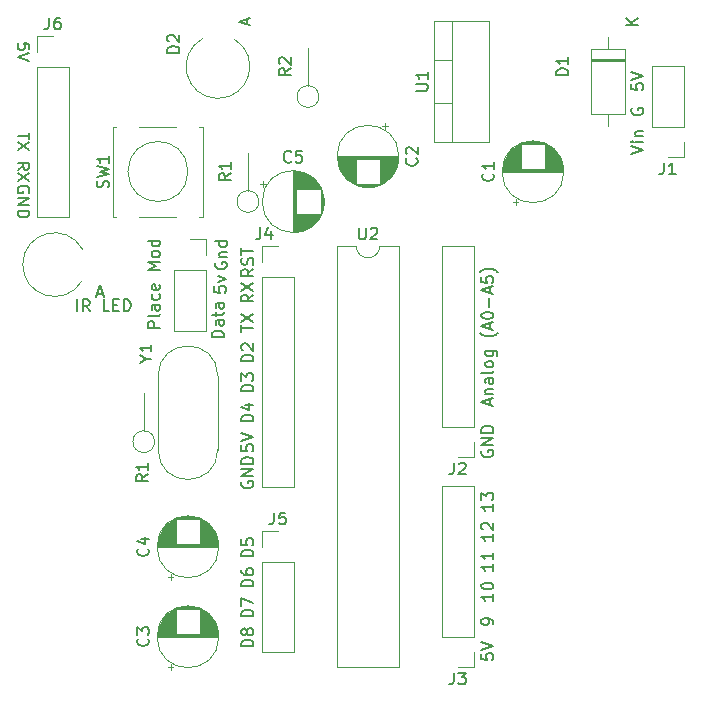
<source format=gto>
G04 #@! TF.GenerationSoftware,KiCad,Pcbnew,(6.0.2)*
G04 #@! TF.CreationDate,2022-04-27T10:37:17-07:00*
G04 #@! TF.ProjectId,Serial programmer,53657269-616c-4207-9072-6f6772616d6d,rev?*
G04 #@! TF.SameCoordinates,Original*
G04 #@! TF.FileFunction,Legend,Top*
G04 #@! TF.FilePolarity,Positive*
%FSLAX46Y46*%
G04 Gerber Fmt 4.6, Leading zero omitted, Abs format (unit mm)*
G04 Created by KiCad (PCBNEW (6.0.2)) date 2022-04-27 10:37:17*
%MOMM*%
%LPD*%
G01*
G04 APERTURE LIST*
%ADD10C,0.150000*%
%ADD11C,0.120000*%
G04 APERTURE END LIST*
D10*
X205192380Y-63690476D02*
X205192380Y-64166666D01*
X205668571Y-64214285D01*
X205620952Y-64166666D01*
X205573333Y-64071428D01*
X205573333Y-63833333D01*
X205620952Y-63738095D01*
X205668571Y-63690476D01*
X205763809Y-63642857D01*
X206001904Y-63642857D01*
X206097142Y-63690476D01*
X206144761Y-63738095D01*
X206192380Y-63833333D01*
X206192380Y-64071428D01*
X206144761Y-64166666D01*
X206097142Y-64214285D01*
X205192380Y-63357142D02*
X206192380Y-63023809D01*
X205192380Y-62690476D01*
X193492380Y-109410476D02*
X193492380Y-109220000D01*
X193444761Y-109124761D01*
X193397142Y-109077142D01*
X193254285Y-108981904D01*
X193063809Y-108934285D01*
X192682857Y-108934285D01*
X192587619Y-108981904D01*
X192540000Y-109029523D01*
X192492380Y-109124761D01*
X192492380Y-109315238D01*
X192540000Y-109410476D01*
X192587619Y-109458095D01*
X192682857Y-109505714D01*
X192920952Y-109505714D01*
X193016190Y-109458095D01*
X193063809Y-109410476D01*
X193111428Y-109315238D01*
X193111428Y-109124761D01*
X193063809Y-109029523D01*
X193016190Y-108981904D01*
X192920952Y-108934285D01*
X173172380Y-106248095D02*
X172172380Y-106248095D01*
X172172380Y-106010000D01*
X172220000Y-105867142D01*
X172315238Y-105771904D01*
X172410476Y-105724285D01*
X172600952Y-105676666D01*
X172743809Y-105676666D01*
X172934285Y-105724285D01*
X173029523Y-105771904D01*
X173124761Y-105867142D01*
X173172380Y-106010000D01*
X173172380Y-106248095D01*
X172172380Y-104819523D02*
X172172380Y-105010000D01*
X172220000Y-105105238D01*
X172267619Y-105152857D01*
X172410476Y-105248095D01*
X172600952Y-105295714D01*
X172981904Y-105295714D01*
X173077142Y-105248095D01*
X173124761Y-105200476D01*
X173172380Y-105105238D01*
X173172380Y-104914761D01*
X173124761Y-104819523D01*
X173077142Y-104771904D01*
X172981904Y-104724285D01*
X172743809Y-104724285D01*
X172648571Y-104771904D01*
X172600952Y-104819523D01*
X172553333Y-104914761D01*
X172553333Y-105105238D01*
X172600952Y-105200476D01*
X172648571Y-105248095D01*
X172743809Y-105295714D01*
X154170000Y-72898095D02*
X154217619Y-72802857D01*
X154217619Y-72660000D01*
X154170000Y-72517142D01*
X154074761Y-72421904D01*
X153979523Y-72374285D01*
X153789047Y-72326666D01*
X153646190Y-72326666D01*
X153455714Y-72374285D01*
X153360476Y-72421904D01*
X153265238Y-72517142D01*
X153217619Y-72660000D01*
X153217619Y-72755238D01*
X153265238Y-72898095D01*
X153312857Y-72945714D01*
X153646190Y-72945714D01*
X153646190Y-72755238D01*
X153217619Y-73374285D02*
X154217619Y-73374285D01*
X153217619Y-73945714D01*
X154217619Y-73945714D01*
X153217619Y-74421904D02*
X154217619Y-74421904D01*
X154217619Y-74660000D01*
X154170000Y-74802857D01*
X154074761Y-74898095D01*
X153979523Y-74945714D01*
X153789047Y-74993333D01*
X153646190Y-74993333D01*
X153455714Y-74945714D01*
X153360476Y-74898095D01*
X153265238Y-74802857D01*
X153217619Y-74660000D01*
X153217619Y-74421904D01*
X154217619Y-67818095D02*
X154217619Y-68389523D01*
X153217619Y-68103809D02*
X154217619Y-68103809D01*
X154217619Y-68627619D02*
X153217619Y-69294285D01*
X154217619Y-69294285D02*
X153217619Y-68627619D01*
X173172380Y-103708095D02*
X172172380Y-103708095D01*
X172172380Y-103470000D01*
X172220000Y-103327142D01*
X172315238Y-103231904D01*
X172410476Y-103184285D01*
X172600952Y-103136666D01*
X172743809Y-103136666D01*
X172934285Y-103184285D01*
X173029523Y-103231904D01*
X173124761Y-103327142D01*
X173172380Y-103470000D01*
X173172380Y-103708095D01*
X172172380Y-102231904D02*
X172172380Y-102708095D01*
X172648571Y-102755714D01*
X172600952Y-102708095D01*
X172553333Y-102612857D01*
X172553333Y-102374761D01*
X172600952Y-102279523D01*
X172648571Y-102231904D01*
X172743809Y-102184285D01*
X172981904Y-102184285D01*
X173077142Y-102231904D01*
X173124761Y-102279523D01*
X173172380Y-102374761D01*
X173172380Y-102612857D01*
X173124761Y-102708095D01*
X173077142Y-102755714D01*
X173172380Y-87198095D02*
X172172380Y-87198095D01*
X172172380Y-86960000D01*
X172220000Y-86817142D01*
X172315238Y-86721904D01*
X172410476Y-86674285D01*
X172600952Y-86626666D01*
X172743809Y-86626666D01*
X172934285Y-86674285D01*
X173029523Y-86721904D01*
X173124761Y-86817142D01*
X173172380Y-86960000D01*
X173172380Y-87198095D01*
X172267619Y-86245714D02*
X172220000Y-86198095D01*
X172172380Y-86102857D01*
X172172380Y-85864761D01*
X172220000Y-85769523D01*
X172267619Y-85721904D01*
X172362857Y-85674285D01*
X172458095Y-85674285D01*
X172600952Y-85721904D01*
X173172380Y-86293333D01*
X173172380Y-85674285D01*
X193492380Y-106870476D02*
X193492380Y-107441904D01*
X193492380Y-107156190D02*
X192492380Y-107156190D01*
X192635238Y-107251428D01*
X192730476Y-107346666D01*
X192778095Y-107441904D01*
X192492380Y-106251428D02*
X192492380Y-106156190D01*
X192540000Y-106060952D01*
X192587619Y-106013333D01*
X192682857Y-105965714D01*
X192873333Y-105918095D01*
X193111428Y-105918095D01*
X193301904Y-105965714D01*
X193397142Y-106013333D01*
X193444761Y-106060952D01*
X193492380Y-106156190D01*
X193492380Y-106251428D01*
X193444761Y-106346666D01*
X193397142Y-106394285D01*
X193301904Y-106441904D01*
X193111428Y-106489523D01*
X192873333Y-106489523D01*
X192682857Y-106441904D01*
X192587619Y-106394285D01*
X192540000Y-106346666D01*
X192492380Y-106251428D01*
X193492380Y-101790476D02*
X193492380Y-102361904D01*
X193492380Y-102076190D02*
X192492380Y-102076190D01*
X192635238Y-102171428D01*
X192730476Y-102266666D01*
X192778095Y-102361904D01*
X192587619Y-101409523D02*
X192540000Y-101361904D01*
X192492380Y-101266666D01*
X192492380Y-101028571D01*
X192540000Y-100933333D01*
X192587619Y-100885714D01*
X192682857Y-100838095D01*
X192778095Y-100838095D01*
X192920952Y-100885714D01*
X193492380Y-101457142D01*
X193492380Y-100838095D01*
X205192380Y-69603809D02*
X206192380Y-69270476D01*
X205192380Y-68937142D01*
X206192380Y-68603809D02*
X205525714Y-68603809D01*
X205192380Y-68603809D02*
X205240000Y-68651428D01*
X205287619Y-68603809D01*
X205240000Y-68556190D01*
X205192380Y-68603809D01*
X205287619Y-68603809D01*
X205525714Y-68127619D02*
X206192380Y-68127619D01*
X205620952Y-68127619D02*
X205573333Y-68080000D01*
X205525714Y-67984761D01*
X205525714Y-67841904D01*
X205573333Y-67746666D01*
X205668571Y-67699047D01*
X206192380Y-67699047D01*
X173172380Y-81546666D02*
X172696190Y-81880000D01*
X173172380Y-82118095D02*
X172172380Y-82118095D01*
X172172380Y-81737142D01*
X172220000Y-81641904D01*
X172267619Y-81594285D01*
X172362857Y-81546666D01*
X172505714Y-81546666D01*
X172600952Y-81594285D01*
X172648571Y-81641904D01*
X172696190Y-81737142D01*
X172696190Y-82118095D01*
X172172380Y-81213333D02*
X173172380Y-80546666D01*
X172172380Y-80546666D02*
X173172380Y-81213333D01*
X173172380Y-89738095D02*
X172172380Y-89738095D01*
X172172380Y-89500000D01*
X172220000Y-89357142D01*
X172315238Y-89261904D01*
X172410476Y-89214285D01*
X172600952Y-89166666D01*
X172743809Y-89166666D01*
X172934285Y-89214285D01*
X173029523Y-89261904D01*
X173124761Y-89357142D01*
X173172380Y-89500000D01*
X173172380Y-89738095D01*
X172172380Y-88833333D02*
X172172380Y-88214285D01*
X172553333Y-88547619D01*
X172553333Y-88404761D01*
X172600952Y-88309523D01*
X172648571Y-88261904D01*
X172743809Y-88214285D01*
X172981904Y-88214285D01*
X173077142Y-88261904D01*
X173124761Y-88309523D01*
X173172380Y-88404761D01*
X173172380Y-88690476D01*
X173124761Y-88785714D01*
X173077142Y-88833333D01*
X173172380Y-79387619D02*
X172696190Y-79720952D01*
X173172380Y-79959047D02*
X172172380Y-79959047D01*
X172172380Y-79578095D01*
X172220000Y-79482857D01*
X172267619Y-79435238D01*
X172362857Y-79387619D01*
X172505714Y-79387619D01*
X172600952Y-79435238D01*
X172648571Y-79482857D01*
X172696190Y-79578095D01*
X172696190Y-79959047D01*
X173124761Y-79006666D02*
X173172380Y-78863809D01*
X173172380Y-78625714D01*
X173124761Y-78530476D01*
X173077142Y-78482857D01*
X172981904Y-78435238D01*
X172886666Y-78435238D01*
X172791428Y-78482857D01*
X172743809Y-78530476D01*
X172696190Y-78625714D01*
X172648571Y-78816190D01*
X172600952Y-78911428D01*
X172553333Y-78959047D01*
X172458095Y-79006666D01*
X172362857Y-79006666D01*
X172267619Y-78959047D01*
X172220000Y-78911428D01*
X172172380Y-78816190D01*
X172172380Y-78578095D01*
X172220000Y-78435238D01*
X172172380Y-78149523D02*
X172172380Y-77578095D01*
X173172380Y-77863809D02*
X172172380Y-77863809D01*
X170000000Y-78842857D02*
X169952380Y-78938095D01*
X169952380Y-79080952D01*
X170000000Y-79223809D01*
X170095238Y-79319047D01*
X170190476Y-79366666D01*
X170380952Y-79414285D01*
X170523809Y-79414285D01*
X170714285Y-79366666D01*
X170809523Y-79319047D01*
X170904761Y-79223809D01*
X170952380Y-79080952D01*
X170952380Y-78985714D01*
X170904761Y-78842857D01*
X170857142Y-78795238D01*
X170523809Y-78795238D01*
X170523809Y-78985714D01*
X170285714Y-78366666D02*
X170952380Y-78366666D01*
X170380952Y-78366666D02*
X170333333Y-78319047D01*
X170285714Y-78223809D01*
X170285714Y-78080952D01*
X170333333Y-77985714D01*
X170428571Y-77938095D01*
X170952380Y-77938095D01*
X170952380Y-77033333D02*
X169952380Y-77033333D01*
X170904761Y-77033333D02*
X170952380Y-77128571D01*
X170952380Y-77319047D01*
X170904761Y-77414285D01*
X170857142Y-77461904D01*
X170761904Y-77509523D01*
X170476190Y-77509523D01*
X170380952Y-77461904D01*
X170333333Y-77414285D01*
X170285714Y-77319047D01*
X170285714Y-77128571D01*
X170333333Y-77033333D01*
X193206666Y-90875714D02*
X193206666Y-90399523D01*
X193492380Y-90970952D02*
X192492380Y-90637619D01*
X193492380Y-90304285D01*
X192825714Y-89970952D02*
X193492380Y-89970952D01*
X192920952Y-89970952D02*
X192873333Y-89923333D01*
X192825714Y-89828095D01*
X192825714Y-89685238D01*
X192873333Y-89590000D01*
X192968571Y-89542380D01*
X193492380Y-89542380D01*
X193492380Y-88637619D02*
X192968571Y-88637619D01*
X192873333Y-88685238D01*
X192825714Y-88780476D01*
X192825714Y-88970952D01*
X192873333Y-89066190D01*
X193444761Y-88637619D02*
X193492380Y-88732857D01*
X193492380Y-88970952D01*
X193444761Y-89066190D01*
X193349523Y-89113809D01*
X193254285Y-89113809D01*
X193159047Y-89066190D01*
X193111428Y-88970952D01*
X193111428Y-88732857D01*
X193063809Y-88637619D01*
X193492380Y-88018571D02*
X193444761Y-88113809D01*
X193349523Y-88161428D01*
X192492380Y-88161428D01*
X193492380Y-87494761D02*
X193444761Y-87590000D01*
X193397142Y-87637619D01*
X193301904Y-87685238D01*
X193016190Y-87685238D01*
X192920952Y-87637619D01*
X192873333Y-87590000D01*
X192825714Y-87494761D01*
X192825714Y-87351904D01*
X192873333Y-87256666D01*
X192920952Y-87209047D01*
X193016190Y-87161428D01*
X193301904Y-87161428D01*
X193397142Y-87209047D01*
X193444761Y-87256666D01*
X193492380Y-87351904D01*
X193492380Y-87494761D01*
X192825714Y-86304285D02*
X193635238Y-86304285D01*
X193730476Y-86351904D01*
X193778095Y-86399523D01*
X193825714Y-86494761D01*
X193825714Y-86637619D01*
X193778095Y-86732857D01*
X193444761Y-86304285D02*
X193492380Y-86399523D01*
X193492380Y-86590000D01*
X193444761Y-86685238D01*
X193397142Y-86732857D01*
X193301904Y-86780476D01*
X193016190Y-86780476D01*
X192920952Y-86732857D01*
X192873333Y-86685238D01*
X192825714Y-86590000D01*
X192825714Y-86399523D01*
X192873333Y-86304285D01*
X193873333Y-84780476D02*
X193825714Y-84828095D01*
X193682857Y-84923333D01*
X193587619Y-84970952D01*
X193444761Y-85018571D01*
X193206666Y-85066190D01*
X193016190Y-85066190D01*
X192778095Y-85018571D01*
X192635238Y-84970952D01*
X192540000Y-84923333D01*
X192397142Y-84828095D01*
X192349523Y-84780476D01*
X193206666Y-84447142D02*
X193206666Y-83970952D01*
X193492380Y-84542380D02*
X192492380Y-84209047D01*
X193492380Y-83875714D01*
X192492380Y-83351904D02*
X192492380Y-83256666D01*
X192540000Y-83161428D01*
X192587619Y-83113809D01*
X192682857Y-83066190D01*
X192873333Y-83018571D01*
X193111428Y-83018571D01*
X193301904Y-83066190D01*
X193397142Y-83113809D01*
X193444761Y-83161428D01*
X193492380Y-83256666D01*
X193492380Y-83351904D01*
X193444761Y-83447142D01*
X193397142Y-83494761D01*
X193301904Y-83542380D01*
X193111428Y-83590000D01*
X192873333Y-83590000D01*
X192682857Y-83542380D01*
X192587619Y-83494761D01*
X192540000Y-83447142D01*
X192492380Y-83351904D01*
X193111428Y-82590000D02*
X193111428Y-81828095D01*
X193206666Y-81399523D02*
X193206666Y-80923333D01*
X193492380Y-81494761D02*
X192492380Y-81161428D01*
X193492380Y-80828095D01*
X192492380Y-80018571D02*
X192492380Y-80494761D01*
X192968571Y-80542380D01*
X192920952Y-80494761D01*
X192873333Y-80399523D01*
X192873333Y-80161428D01*
X192920952Y-80066190D01*
X192968571Y-80018571D01*
X193063809Y-79970952D01*
X193301904Y-79970952D01*
X193397142Y-80018571D01*
X193444761Y-80066190D01*
X193492380Y-80161428D01*
X193492380Y-80399523D01*
X193444761Y-80494761D01*
X193397142Y-80542380D01*
X193873333Y-79637619D02*
X193825714Y-79590000D01*
X193682857Y-79494761D01*
X193587619Y-79447142D01*
X193444761Y-79399523D01*
X193206666Y-79351904D01*
X193016190Y-79351904D01*
X192778095Y-79399523D01*
X192635238Y-79447142D01*
X192540000Y-79494761D01*
X192397142Y-79590000D01*
X192349523Y-79637619D01*
X192492380Y-111950476D02*
X192492380Y-112426666D01*
X192968571Y-112474285D01*
X192920952Y-112426666D01*
X192873333Y-112331428D01*
X192873333Y-112093333D01*
X192920952Y-111998095D01*
X192968571Y-111950476D01*
X193063809Y-111902857D01*
X193301904Y-111902857D01*
X193397142Y-111950476D01*
X193444761Y-111998095D01*
X193492380Y-112093333D01*
X193492380Y-112331428D01*
X193444761Y-112426666D01*
X193397142Y-112474285D01*
X192492380Y-111617142D02*
X193492380Y-111283809D01*
X192492380Y-110950476D01*
X170652380Y-85152380D02*
X169652380Y-85152380D01*
X169652380Y-84914285D01*
X169700000Y-84771428D01*
X169795238Y-84676190D01*
X169890476Y-84628571D01*
X170080952Y-84580952D01*
X170223809Y-84580952D01*
X170414285Y-84628571D01*
X170509523Y-84676190D01*
X170604761Y-84771428D01*
X170652380Y-84914285D01*
X170652380Y-85152380D01*
X170652380Y-83723809D02*
X170128571Y-83723809D01*
X170033333Y-83771428D01*
X169985714Y-83866666D01*
X169985714Y-84057142D01*
X170033333Y-84152380D01*
X170604761Y-83723809D02*
X170652380Y-83819047D01*
X170652380Y-84057142D01*
X170604761Y-84152380D01*
X170509523Y-84200000D01*
X170414285Y-84200000D01*
X170319047Y-84152380D01*
X170271428Y-84057142D01*
X170271428Y-83819047D01*
X170223809Y-83723809D01*
X169985714Y-83390476D02*
X169985714Y-83009523D01*
X169652380Y-83247619D02*
X170509523Y-83247619D01*
X170604761Y-83200000D01*
X170652380Y-83104761D01*
X170652380Y-83009523D01*
X170652380Y-82247619D02*
X170128571Y-82247619D01*
X170033333Y-82295238D01*
X169985714Y-82390476D01*
X169985714Y-82580952D01*
X170033333Y-82676190D01*
X170604761Y-82247619D02*
X170652380Y-82342857D01*
X170652380Y-82580952D01*
X170604761Y-82676190D01*
X170509523Y-82723809D01*
X170414285Y-82723809D01*
X170319047Y-82676190D01*
X170271428Y-82580952D01*
X170271428Y-82342857D01*
X170223809Y-82247619D01*
X173172380Y-108788095D02*
X172172380Y-108788095D01*
X172172380Y-108550000D01*
X172220000Y-108407142D01*
X172315238Y-108311904D01*
X172410476Y-108264285D01*
X172600952Y-108216666D01*
X172743809Y-108216666D01*
X172934285Y-108264285D01*
X173029523Y-108311904D01*
X173124761Y-108407142D01*
X173172380Y-108550000D01*
X173172380Y-108788095D01*
X172172380Y-107883333D02*
X172172380Y-107216666D01*
X173172380Y-107645238D01*
X205240000Y-65778095D02*
X205192380Y-65873333D01*
X205192380Y-66016190D01*
X205240000Y-66159047D01*
X205335238Y-66254285D01*
X205430476Y-66301904D01*
X205620952Y-66349523D01*
X205763809Y-66349523D01*
X205954285Y-66301904D01*
X206049523Y-66254285D01*
X206144761Y-66159047D01*
X206192380Y-66016190D01*
X206192380Y-65920952D01*
X206144761Y-65778095D01*
X206097142Y-65730476D01*
X205763809Y-65730476D01*
X205763809Y-65920952D01*
X173172380Y-111328095D02*
X172172380Y-111328095D01*
X172172380Y-111090000D01*
X172220000Y-110947142D01*
X172315238Y-110851904D01*
X172410476Y-110804285D01*
X172600952Y-110756666D01*
X172743809Y-110756666D01*
X172934285Y-110804285D01*
X173029523Y-110851904D01*
X173124761Y-110947142D01*
X173172380Y-111090000D01*
X173172380Y-111328095D01*
X172600952Y-110185238D02*
X172553333Y-110280476D01*
X172505714Y-110328095D01*
X172410476Y-110375714D01*
X172362857Y-110375714D01*
X172267619Y-110328095D01*
X172220000Y-110280476D01*
X172172380Y-110185238D01*
X172172380Y-109994761D01*
X172220000Y-109899523D01*
X172267619Y-109851904D01*
X172362857Y-109804285D01*
X172410476Y-109804285D01*
X172505714Y-109851904D01*
X172553333Y-109899523D01*
X172600952Y-109994761D01*
X172600952Y-110185238D01*
X172648571Y-110280476D01*
X172696190Y-110328095D01*
X172791428Y-110375714D01*
X172981904Y-110375714D01*
X173077142Y-110328095D01*
X173124761Y-110280476D01*
X173172380Y-110185238D01*
X173172380Y-109994761D01*
X173124761Y-109899523D01*
X173077142Y-109851904D01*
X172981904Y-109804285D01*
X172791428Y-109804285D01*
X172696190Y-109851904D01*
X172648571Y-109899523D01*
X172600952Y-109994761D01*
X172220000Y-97381904D02*
X172172380Y-97477142D01*
X172172380Y-97620000D01*
X172220000Y-97762857D01*
X172315238Y-97858095D01*
X172410476Y-97905714D01*
X172600952Y-97953333D01*
X172743809Y-97953333D01*
X172934285Y-97905714D01*
X173029523Y-97858095D01*
X173124761Y-97762857D01*
X173172380Y-97620000D01*
X173172380Y-97524761D01*
X173124761Y-97381904D01*
X173077142Y-97334285D01*
X172743809Y-97334285D01*
X172743809Y-97524761D01*
X173172380Y-96905714D02*
X172172380Y-96905714D01*
X173172380Y-96334285D01*
X172172380Y-96334285D01*
X173172380Y-95858095D02*
X172172380Y-95858095D01*
X172172380Y-95620000D01*
X172220000Y-95477142D01*
X172315238Y-95381904D01*
X172410476Y-95334285D01*
X172600952Y-95286666D01*
X172743809Y-95286666D01*
X172934285Y-95334285D01*
X173029523Y-95381904D01*
X173124761Y-95477142D01*
X173172380Y-95620000D01*
X173172380Y-95858095D01*
X154217619Y-60769523D02*
X154217619Y-60293333D01*
X153741428Y-60245714D01*
X153789047Y-60293333D01*
X153836666Y-60388571D01*
X153836666Y-60626666D01*
X153789047Y-60721904D01*
X153741428Y-60769523D01*
X153646190Y-60817142D01*
X153408095Y-60817142D01*
X153312857Y-60769523D01*
X153265238Y-60721904D01*
X153217619Y-60626666D01*
X153217619Y-60388571D01*
X153265238Y-60293333D01*
X153312857Y-60245714D01*
X154217619Y-61102857D02*
X153217619Y-61436190D01*
X154217619Y-61769523D01*
X153217619Y-70953333D02*
X153693809Y-70620000D01*
X153217619Y-70381904D02*
X154217619Y-70381904D01*
X154217619Y-70762857D01*
X154170000Y-70858095D01*
X154122380Y-70905714D01*
X154027142Y-70953333D01*
X153884285Y-70953333D01*
X153789047Y-70905714D01*
X153741428Y-70858095D01*
X153693809Y-70762857D01*
X153693809Y-70381904D01*
X154217619Y-71286666D02*
X153217619Y-71953333D01*
X154217619Y-71953333D02*
X153217619Y-71286666D01*
X172172380Y-94270476D02*
X172172380Y-94746666D01*
X172648571Y-94794285D01*
X172600952Y-94746666D01*
X172553333Y-94651428D01*
X172553333Y-94413333D01*
X172600952Y-94318095D01*
X172648571Y-94270476D01*
X172743809Y-94222857D01*
X172981904Y-94222857D01*
X173077142Y-94270476D01*
X173124761Y-94318095D01*
X173172380Y-94413333D01*
X173172380Y-94651428D01*
X173124761Y-94746666D01*
X173077142Y-94794285D01*
X172172380Y-93937142D02*
X173172380Y-93603809D01*
X172172380Y-93270476D01*
X169852380Y-80842857D02*
X169852380Y-81319047D01*
X170328571Y-81366666D01*
X170280952Y-81319047D01*
X170233333Y-81223809D01*
X170233333Y-80985714D01*
X170280952Y-80890476D01*
X170328571Y-80842857D01*
X170423809Y-80795238D01*
X170661904Y-80795238D01*
X170757142Y-80842857D01*
X170804761Y-80890476D01*
X170852380Y-80985714D01*
X170852380Y-81223809D01*
X170804761Y-81319047D01*
X170757142Y-81366666D01*
X170185714Y-80461904D02*
X170852380Y-80223809D01*
X170185714Y-79985714D01*
X192540000Y-94741904D02*
X192492380Y-94837142D01*
X192492380Y-94980000D01*
X192540000Y-95122857D01*
X192635238Y-95218095D01*
X192730476Y-95265714D01*
X192920952Y-95313333D01*
X193063809Y-95313333D01*
X193254285Y-95265714D01*
X193349523Y-95218095D01*
X193444761Y-95122857D01*
X193492380Y-94980000D01*
X193492380Y-94884761D01*
X193444761Y-94741904D01*
X193397142Y-94694285D01*
X193063809Y-94694285D01*
X193063809Y-94884761D01*
X193492380Y-94265714D02*
X192492380Y-94265714D01*
X193492380Y-93694285D01*
X192492380Y-93694285D01*
X193492380Y-93218095D02*
X192492380Y-93218095D01*
X192492380Y-92980000D01*
X192540000Y-92837142D01*
X192635238Y-92741904D01*
X192730476Y-92694285D01*
X192920952Y-92646666D01*
X193063809Y-92646666D01*
X193254285Y-92694285D01*
X193349523Y-92741904D01*
X193444761Y-92837142D01*
X193492380Y-92980000D01*
X193492380Y-93218095D01*
X173172380Y-92278095D02*
X172172380Y-92278095D01*
X172172380Y-92040000D01*
X172220000Y-91897142D01*
X172315238Y-91801904D01*
X172410476Y-91754285D01*
X172600952Y-91706666D01*
X172743809Y-91706666D01*
X172934285Y-91754285D01*
X173029523Y-91801904D01*
X173124761Y-91897142D01*
X173172380Y-92040000D01*
X173172380Y-92278095D01*
X172505714Y-90849523D02*
X173172380Y-90849523D01*
X172124761Y-91087619D02*
X172839047Y-91325714D01*
X172839047Y-90706666D01*
X193492380Y-104330476D02*
X193492380Y-104901904D01*
X193492380Y-104616190D02*
X192492380Y-104616190D01*
X192635238Y-104711428D01*
X192730476Y-104806666D01*
X192778095Y-104901904D01*
X193492380Y-103378095D02*
X193492380Y-103949523D01*
X193492380Y-103663809D02*
X192492380Y-103663809D01*
X192635238Y-103759047D01*
X192730476Y-103854285D01*
X192778095Y-103949523D01*
X193492380Y-99250476D02*
X193492380Y-99821904D01*
X193492380Y-99536190D02*
X192492380Y-99536190D01*
X192635238Y-99631428D01*
X192730476Y-99726666D01*
X192778095Y-99821904D01*
X192492380Y-98917142D02*
X192492380Y-98298095D01*
X192873333Y-98631428D01*
X192873333Y-98488571D01*
X192920952Y-98393333D01*
X192968571Y-98345714D01*
X193063809Y-98298095D01*
X193301904Y-98298095D01*
X193397142Y-98345714D01*
X193444761Y-98393333D01*
X193492380Y-98488571D01*
X193492380Y-98774285D01*
X193444761Y-98869523D01*
X193397142Y-98917142D01*
X172172380Y-84681904D02*
X172172380Y-84110476D01*
X173172380Y-84396190D02*
X172172380Y-84396190D01*
X172172380Y-83872380D02*
X173172380Y-83205714D01*
X172172380Y-83205714D02*
X173172380Y-83872380D01*
X193457142Y-71306666D02*
X193504761Y-71354285D01*
X193552380Y-71497142D01*
X193552380Y-71592380D01*
X193504761Y-71735238D01*
X193409523Y-71830476D01*
X193314285Y-71878095D01*
X193123809Y-71925714D01*
X192980952Y-71925714D01*
X192790476Y-71878095D01*
X192695238Y-71830476D01*
X192600000Y-71735238D01*
X192552380Y-71592380D01*
X192552380Y-71497142D01*
X192600000Y-71354285D01*
X192647619Y-71306666D01*
X193552380Y-70354285D02*
X193552380Y-70925714D01*
X193552380Y-70640000D02*
X192552380Y-70640000D01*
X192695238Y-70735238D01*
X192790476Y-70830476D01*
X192838095Y-70925714D01*
X186987142Y-69996666D02*
X187034761Y-70044285D01*
X187082380Y-70187142D01*
X187082380Y-70282380D01*
X187034761Y-70425238D01*
X186939523Y-70520476D01*
X186844285Y-70568095D01*
X186653809Y-70615714D01*
X186510952Y-70615714D01*
X186320476Y-70568095D01*
X186225238Y-70520476D01*
X186130000Y-70425238D01*
X186082380Y-70282380D01*
X186082380Y-70187142D01*
X186130000Y-70044285D01*
X186177619Y-69996666D01*
X186177619Y-69615714D02*
X186130000Y-69568095D01*
X186082380Y-69472857D01*
X186082380Y-69234761D01*
X186130000Y-69139523D01*
X186177619Y-69091904D01*
X186272857Y-69044285D01*
X186368095Y-69044285D01*
X186510952Y-69091904D01*
X187082380Y-69663333D01*
X187082380Y-69044285D01*
X164247142Y-110676666D02*
X164294761Y-110724285D01*
X164342380Y-110867142D01*
X164342380Y-110962380D01*
X164294761Y-111105238D01*
X164199523Y-111200476D01*
X164104285Y-111248095D01*
X163913809Y-111295714D01*
X163770952Y-111295714D01*
X163580476Y-111248095D01*
X163485238Y-111200476D01*
X163390000Y-111105238D01*
X163342380Y-110962380D01*
X163342380Y-110867142D01*
X163390000Y-110724285D01*
X163437619Y-110676666D01*
X163342380Y-110343333D02*
X163342380Y-109724285D01*
X163723333Y-110057619D01*
X163723333Y-109914761D01*
X163770952Y-109819523D01*
X163818571Y-109771904D01*
X163913809Y-109724285D01*
X164151904Y-109724285D01*
X164247142Y-109771904D01*
X164294761Y-109819523D01*
X164342380Y-109914761D01*
X164342380Y-110200476D01*
X164294761Y-110295714D01*
X164247142Y-110343333D01*
X164247142Y-103056666D02*
X164294761Y-103104285D01*
X164342380Y-103247142D01*
X164342380Y-103342380D01*
X164294761Y-103485238D01*
X164199523Y-103580476D01*
X164104285Y-103628095D01*
X163913809Y-103675714D01*
X163770952Y-103675714D01*
X163580476Y-103628095D01*
X163485238Y-103580476D01*
X163390000Y-103485238D01*
X163342380Y-103342380D01*
X163342380Y-103247142D01*
X163390000Y-103104285D01*
X163437619Y-103056666D01*
X163675714Y-102199523D02*
X164342380Y-102199523D01*
X163294761Y-102437619D02*
X164009047Y-102675714D01*
X164009047Y-102056666D01*
X176383333Y-70267142D02*
X176335714Y-70314761D01*
X176192857Y-70362380D01*
X176097619Y-70362380D01*
X175954761Y-70314761D01*
X175859523Y-70219523D01*
X175811904Y-70124285D01*
X175764285Y-69933809D01*
X175764285Y-69790952D01*
X175811904Y-69600476D01*
X175859523Y-69505238D01*
X175954761Y-69410000D01*
X176097619Y-69362380D01*
X176192857Y-69362380D01*
X176335714Y-69410000D01*
X176383333Y-69457619D01*
X177288095Y-69362380D02*
X176811904Y-69362380D01*
X176764285Y-69838571D01*
X176811904Y-69790952D01*
X176907142Y-69743333D01*
X177145238Y-69743333D01*
X177240476Y-69790952D01*
X177288095Y-69838571D01*
X177335714Y-69933809D01*
X177335714Y-70171904D01*
X177288095Y-70267142D01*
X177240476Y-70314761D01*
X177145238Y-70362380D01*
X176907142Y-70362380D01*
X176811904Y-70314761D01*
X176764285Y-70267142D01*
X199842380Y-62968095D02*
X198842380Y-62968095D01*
X198842380Y-62730000D01*
X198890000Y-62587142D01*
X198985238Y-62491904D01*
X199080476Y-62444285D01*
X199270952Y-62396666D01*
X199413809Y-62396666D01*
X199604285Y-62444285D01*
X199699523Y-62491904D01*
X199794761Y-62587142D01*
X199842380Y-62730000D01*
X199842380Y-62968095D01*
X199842380Y-61444285D02*
X199842380Y-62015714D01*
X199842380Y-61730000D02*
X198842380Y-61730000D01*
X198985238Y-61825238D01*
X199080476Y-61920476D01*
X199128095Y-62015714D01*
X205752380Y-58681904D02*
X204752380Y-58681904D01*
X205752380Y-58110476D02*
X205180952Y-58539047D01*
X204752380Y-58110476D02*
X205323809Y-58681904D01*
X166907380Y-61063095D02*
X165907380Y-61063095D01*
X165907380Y-60825000D01*
X165955000Y-60682142D01*
X166050238Y-60586904D01*
X166145476Y-60539285D01*
X166335952Y-60491666D01*
X166478809Y-60491666D01*
X166669285Y-60539285D01*
X166764523Y-60586904D01*
X166859761Y-60682142D01*
X166907380Y-60825000D01*
X166907380Y-61063095D01*
X166002619Y-60110714D02*
X165955000Y-60063095D01*
X165907380Y-59967857D01*
X165907380Y-59729761D01*
X165955000Y-59634523D01*
X166002619Y-59586904D01*
X166097857Y-59539285D01*
X166193095Y-59539285D01*
X166335952Y-59586904D01*
X166907380Y-60158333D01*
X166907380Y-59539285D01*
X172646666Y-58658095D02*
X172646666Y-58181904D01*
X172932380Y-58753333D02*
X171932380Y-58420000D01*
X172932380Y-58086666D01*
X171252380Y-71286666D02*
X170776190Y-71620000D01*
X171252380Y-71858095D02*
X170252380Y-71858095D01*
X170252380Y-71477142D01*
X170300000Y-71381904D01*
X170347619Y-71334285D01*
X170442857Y-71286666D01*
X170585714Y-71286666D01*
X170680952Y-71334285D01*
X170728571Y-71381904D01*
X170776190Y-71477142D01*
X170776190Y-71858095D01*
X171252380Y-70334285D02*
X171252380Y-70905714D01*
X171252380Y-70620000D02*
X170252380Y-70620000D01*
X170395238Y-70715238D01*
X170490476Y-70810476D01*
X170538095Y-70905714D01*
X176332380Y-62396666D02*
X175856190Y-62730000D01*
X176332380Y-62968095D02*
X175332380Y-62968095D01*
X175332380Y-62587142D01*
X175380000Y-62491904D01*
X175427619Y-62444285D01*
X175522857Y-62396666D01*
X175665714Y-62396666D01*
X175760952Y-62444285D01*
X175808571Y-62491904D01*
X175856190Y-62587142D01*
X175856190Y-62968095D01*
X175427619Y-62015714D02*
X175380000Y-61968095D01*
X175332380Y-61872857D01*
X175332380Y-61634761D01*
X175380000Y-61539523D01*
X175427619Y-61491904D01*
X175522857Y-61444285D01*
X175618095Y-61444285D01*
X175760952Y-61491904D01*
X176332380Y-62063333D01*
X176332380Y-61444285D01*
X160884761Y-72453333D02*
X160932380Y-72310476D01*
X160932380Y-72072380D01*
X160884761Y-71977142D01*
X160837142Y-71929523D01*
X160741904Y-71881904D01*
X160646666Y-71881904D01*
X160551428Y-71929523D01*
X160503809Y-71977142D01*
X160456190Y-72072380D01*
X160408571Y-72262857D01*
X160360952Y-72358095D01*
X160313333Y-72405714D01*
X160218095Y-72453333D01*
X160122857Y-72453333D01*
X160027619Y-72405714D01*
X159980000Y-72358095D01*
X159932380Y-72262857D01*
X159932380Y-72024761D01*
X159980000Y-71881904D01*
X159932380Y-71548571D02*
X160932380Y-71310476D01*
X160218095Y-71120000D01*
X160932380Y-70929523D01*
X159932380Y-70691428D01*
X160932380Y-69786666D02*
X160932380Y-70358095D01*
X160932380Y-70072380D02*
X159932380Y-70072380D01*
X160075238Y-70167619D01*
X160170476Y-70262857D01*
X160218095Y-70358095D01*
X186952380Y-64261904D02*
X187761904Y-64261904D01*
X187857142Y-64214285D01*
X187904761Y-64166666D01*
X187952380Y-64071428D01*
X187952380Y-63880952D01*
X187904761Y-63785714D01*
X187857142Y-63738095D01*
X187761904Y-63690476D01*
X186952380Y-63690476D01*
X187952380Y-62690476D02*
X187952380Y-63261904D01*
X187952380Y-62976190D02*
X186952380Y-62976190D01*
X187095238Y-63071428D01*
X187190476Y-63166666D01*
X187238095Y-63261904D01*
X182118095Y-75862380D02*
X182118095Y-76671904D01*
X182165714Y-76767142D01*
X182213333Y-76814761D01*
X182308571Y-76862380D01*
X182499047Y-76862380D01*
X182594285Y-76814761D01*
X182641904Y-76767142D01*
X182689523Y-76671904D01*
X182689523Y-75862380D01*
X183118095Y-75957619D02*
X183165714Y-75910000D01*
X183260952Y-75862380D01*
X183499047Y-75862380D01*
X183594285Y-75910000D01*
X183641904Y-75957619D01*
X183689523Y-76052857D01*
X183689523Y-76148095D01*
X183641904Y-76290952D01*
X183070476Y-76862380D01*
X183689523Y-76862380D01*
X164076190Y-86976190D02*
X164552380Y-86976190D01*
X163552380Y-87309523D02*
X164076190Y-86976190D01*
X163552380Y-86642857D01*
X164552380Y-85785714D02*
X164552380Y-86357142D01*
X164552380Y-86071428D02*
X163552380Y-86071428D01*
X163695238Y-86166666D01*
X163790476Y-86261904D01*
X163838095Y-86357142D01*
X190166666Y-95762380D02*
X190166666Y-96476666D01*
X190119047Y-96619523D01*
X190023809Y-96714761D01*
X189880952Y-96762380D01*
X189785714Y-96762380D01*
X190595238Y-95857619D02*
X190642857Y-95810000D01*
X190738095Y-95762380D01*
X190976190Y-95762380D01*
X191071428Y-95810000D01*
X191119047Y-95857619D01*
X191166666Y-95952857D01*
X191166666Y-96048095D01*
X191119047Y-96190952D01*
X190547619Y-96762380D01*
X191166666Y-96762380D01*
X190166666Y-113542380D02*
X190166666Y-114256666D01*
X190119047Y-114399523D01*
X190023809Y-114494761D01*
X189880952Y-114542380D01*
X189785714Y-114542380D01*
X190547619Y-113542380D02*
X191166666Y-113542380D01*
X190833333Y-113923333D01*
X190976190Y-113923333D01*
X191071428Y-113970952D01*
X191119047Y-114018571D01*
X191166666Y-114113809D01*
X191166666Y-114351904D01*
X191119047Y-114447142D01*
X191071428Y-114494761D01*
X190976190Y-114542380D01*
X190690476Y-114542380D01*
X190595238Y-114494761D01*
X190547619Y-114447142D01*
X173766666Y-75852380D02*
X173766666Y-76566666D01*
X173719047Y-76709523D01*
X173623809Y-76804761D01*
X173480952Y-76852380D01*
X173385714Y-76852380D01*
X174671428Y-76185714D02*
X174671428Y-76852380D01*
X174433333Y-75804761D02*
X174195238Y-76519047D01*
X174814285Y-76519047D01*
X174926666Y-100002380D02*
X174926666Y-100716666D01*
X174879047Y-100859523D01*
X174783809Y-100954761D01*
X174640952Y-101002380D01*
X174545714Y-101002380D01*
X175879047Y-100002380D02*
X175402857Y-100002380D01*
X175355238Y-100478571D01*
X175402857Y-100430952D01*
X175498095Y-100383333D01*
X175736190Y-100383333D01*
X175831428Y-100430952D01*
X175879047Y-100478571D01*
X175926666Y-100573809D01*
X175926666Y-100811904D01*
X175879047Y-100907142D01*
X175831428Y-100954761D01*
X175736190Y-101002380D01*
X175498095Y-101002380D01*
X175402857Y-100954761D01*
X175355238Y-100907142D01*
X155876666Y-58082380D02*
X155876666Y-58796666D01*
X155829047Y-58939523D01*
X155733809Y-59034761D01*
X155590952Y-59082380D01*
X155495714Y-59082380D01*
X156781428Y-58082380D02*
X156590952Y-58082380D01*
X156495714Y-58130000D01*
X156448095Y-58177619D01*
X156352857Y-58320476D01*
X156305238Y-58510952D01*
X156305238Y-58891904D01*
X156352857Y-58987142D01*
X156400476Y-59034761D01*
X156495714Y-59082380D01*
X156686190Y-59082380D01*
X156781428Y-59034761D01*
X156829047Y-58987142D01*
X156876666Y-58891904D01*
X156876666Y-58653809D01*
X156829047Y-58558571D01*
X156781428Y-58510952D01*
X156686190Y-58463333D01*
X156495714Y-58463333D01*
X156400476Y-58510952D01*
X156352857Y-58558571D01*
X156305238Y-58653809D01*
X207946666Y-70362380D02*
X207946666Y-71076666D01*
X207899047Y-71219523D01*
X207803809Y-71314761D01*
X207660952Y-71362380D01*
X207565714Y-71362380D01*
X208946666Y-71362380D02*
X208375238Y-71362380D01*
X208660952Y-71362380D02*
X208660952Y-70362380D01*
X208565714Y-70505238D01*
X208470476Y-70600476D01*
X208375238Y-70648095D01*
X165252380Y-84365476D02*
X164252380Y-84365476D01*
X164252380Y-83984523D01*
X164300000Y-83889285D01*
X164347619Y-83841666D01*
X164442857Y-83794047D01*
X164585714Y-83794047D01*
X164680952Y-83841666D01*
X164728571Y-83889285D01*
X164776190Y-83984523D01*
X164776190Y-84365476D01*
X165252380Y-83222619D02*
X165204761Y-83317857D01*
X165109523Y-83365476D01*
X164252380Y-83365476D01*
X165252380Y-82413095D02*
X164728571Y-82413095D01*
X164633333Y-82460714D01*
X164585714Y-82555952D01*
X164585714Y-82746428D01*
X164633333Y-82841666D01*
X165204761Y-82413095D02*
X165252380Y-82508333D01*
X165252380Y-82746428D01*
X165204761Y-82841666D01*
X165109523Y-82889285D01*
X165014285Y-82889285D01*
X164919047Y-82841666D01*
X164871428Y-82746428D01*
X164871428Y-82508333D01*
X164823809Y-82413095D01*
X165204761Y-81508333D02*
X165252380Y-81603571D01*
X165252380Y-81794047D01*
X165204761Y-81889285D01*
X165157142Y-81936904D01*
X165061904Y-81984523D01*
X164776190Y-81984523D01*
X164680952Y-81936904D01*
X164633333Y-81889285D01*
X164585714Y-81794047D01*
X164585714Y-81603571D01*
X164633333Y-81508333D01*
X165204761Y-80698809D02*
X165252380Y-80794047D01*
X165252380Y-80984523D01*
X165204761Y-81079761D01*
X165109523Y-81127380D01*
X164728571Y-81127380D01*
X164633333Y-81079761D01*
X164585714Y-80984523D01*
X164585714Y-80794047D01*
X164633333Y-80698809D01*
X164728571Y-80651190D01*
X164823809Y-80651190D01*
X164919047Y-81127380D01*
X165252380Y-79460714D02*
X164252380Y-79460714D01*
X164966666Y-79127380D01*
X164252380Y-78794047D01*
X165252380Y-78794047D01*
X165252380Y-78175000D02*
X165204761Y-78270238D01*
X165157142Y-78317857D01*
X165061904Y-78365476D01*
X164776190Y-78365476D01*
X164680952Y-78317857D01*
X164633333Y-78270238D01*
X164585714Y-78175000D01*
X164585714Y-78032142D01*
X164633333Y-77936904D01*
X164680952Y-77889285D01*
X164776190Y-77841666D01*
X165061904Y-77841666D01*
X165157142Y-77889285D01*
X165204761Y-77936904D01*
X165252380Y-78032142D01*
X165252380Y-78175000D01*
X165252380Y-76984523D02*
X164252380Y-76984523D01*
X165204761Y-76984523D02*
X165252380Y-77079761D01*
X165252380Y-77270238D01*
X165204761Y-77365476D01*
X165157142Y-77413095D01*
X165061904Y-77460714D01*
X164776190Y-77460714D01*
X164680952Y-77413095D01*
X164633333Y-77365476D01*
X164585714Y-77270238D01*
X164585714Y-77079761D01*
X164633333Y-76984523D01*
X164252380Y-96766666D02*
X163776190Y-97100000D01*
X164252380Y-97338095D02*
X163252380Y-97338095D01*
X163252380Y-96957142D01*
X163300000Y-96861904D01*
X163347619Y-96814285D01*
X163442857Y-96766666D01*
X163585714Y-96766666D01*
X163680952Y-96814285D01*
X163728571Y-96861904D01*
X163776190Y-96957142D01*
X163776190Y-97338095D01*
X164252380Y-95814285D02*
X164252380Y-96385714D01*
X164252380Y-96100000D02*
X163252380Y-96100000D01*
X163395238Y-96195238D01*
X163490476Y-96290476D01*
X163538095Y-96385714D01*
X158261904Y-82952380D02*
X158261904Y-81952380D01*
X159309523Y-82952380D02*
X158976190Y-82476190D01*
X158738095Y-82952380D02*
X158738095Y-81952380D01*
X159119047Y-81952380D01*
X159214285Y-82000000D01*
X159261904Y-82047619D01*
X159309523Y-82142857D01*
X159309523Y-82285714D01*
X159261904Y-82380952D01*
X159214285Y-82428571D01*
X159119047Y-82476190D01*
X158738095Y-82476190D01*
X160976190Y-82952380D02*
X160500000Y-82952380D01*
X160500000Y-81952380D01*
X161309523Y-82428571D02*
X161642857Y-82428571D01*
X161785714Y-82952380D02*
X161309523Y-82952380D01*
X161309523Y-81952380D01*
X161785714Y-81952380D01*
X162214285Y-82952380D02*
X162214285Y-81952380D01*
X162452380Y-81952380D01*
X162595238Y-82000000D01*
X162690476Y-82095238D01*
X162738095Y-82190476D01*
X162785714Y-82380952D01*
X162785714Y-82523809D01*
X162738095Y-82714285D01*
X162690476Y-82809523D01*
X162595238Y-82904761D01*
X162452380Y-82952380D01*
X162214285Y-82952380D01*
X159921904Y-81466666D02*
X160398095Y-81466666D01*
X159826666Y-81752380D02*
X160160000Y-80752380D01*
X160493333Y-81752380D01*
D11*
X197890000Y-70540000D02*
X199361000Y-70540000D01*
X195024000Y-69299000D02*
X195810000Y-69299000D01*
X197890000Y-70179000D02*
X199248000Y-70179000D01*
X197890000Y-69019000D02*
X198350000Y-69019000D01*
X197890000Y-69739000D02*
X199025000Y-69739000D01*
X195752000Y-68779000D02*
X197948000Y-68779000D01*
X197890000Y-69659000D02*
X198972000Y-69659000D01*
X195197000Y-69139000D02*
X195810000Y-69139000D01*
X194986000Y-69339000D02*
X195810000Y-69339000D01*
X195125000Y-73694775D02*
X195625000Y-73694775D01*
X196045000Y-68659000D02*
X197655000Y-68659000D01*
X194846000Y-69499000D02*
X195810000Y-69499000D01*
X197890000Y-69539000D02*
X198885000Y-69539000D01*
X197890000Y-70900000D02*
X199419000Y-70900000D01*
X197890000Y-69339000D02*
X198714000Y-69339000D01*
X194271000Y-71060000D02*
X199429000Y-71060000D01*
X197890000Y-70259000D02*
X199278000Y-70259000D01*
X194650000Y-69779000D02*
X195810000Y-69779000D01*
X195107000Y-69219000D02*
X195810000Y-69219000D01*
X197890000Y-70780000D02*
X199406000Y-70780000D01*
X195245000Y-69099000D02*
X195810000Y-69099000D01*
X194359000Y-70460000D02*
X195810000Y-70460000D01*
X197890000Y-70059000D02*
X199198000Y-70059000D01*
X197890000Y-69619000D02*
X198945000Y-69619000D01*
X194913000Y-69419000D02*
X195810000Y-69419000D01*
X195375000Y-73944775D02*
X195375000Y-73444775D01*
X194330000Y-70580000D02*
X195810000Y-70580000D01*
X195350000Y-69019000D02*
X195810000Y-69019000D01*
X194272000Y-71020000D02*
X199428000Y-71020000D01*
X194322000Y-70620000D02*
X195810000Y-70620000D01*
X197890000Y-70339000D02*
X199305000Y-70339000D01*
X195935000Y-68699000D02*
X197765000Y-68699000D01*
X197890000Y-70620000D02*
X199378000Y-70620000D01*
X197890000Y-69099000D02*
X198455000Y-69099000D01*
X194307000Y-70700000D02*
X195810000Y-70700000D01*
X197890000Y-69499000D02*
X198854000Y-69499000D01*
X194349000Y-70500000D02*
X195810000Y-70500000D01*
X197890000Y-68899000D02*
X198169000Y-68899000D01*
X197890000Y-70139000D02*
X199232000Y-70139000D01*
X194339000Y-70540000D02*
X195810000Y-70540000D01*
X196332000Y-68579000D02*
X197368000Y-68579000D01*
X197890000Y-69579000D02*
X198915000Y-69579000D01*
X197890000Y-69379000D02*
X198751000Y-69379000D01*
X194675000Y-69739000D02*
X195810000Y-69739000D01*
X194485000Y-70099000D02*
X195810000Y-70099000D01*
X195839000Y-68739000D02*
X197861000Y-68739000D01*
X195065000Y-69259000D02*
X195810000Y-69259000D01*
X194274000Y-70980000D02*
X199426000Y-70980000D01*
X195599000Y-68859000D02*
X195810000Y-68859000D01*
X197890000Y-70099000D02*
X199215000Y-70099000D01*
X195672000Y-68819000D02*
X198028000Y-68819000D01*
X197890000Y-70740000D02*
X199400000Y-70740000D01*
X194755000Y-69619000D02*
X195810000Y-69619000D01*
X197890000Y-70820000D02*
X199411000Y-70820000D01*
X197890000Y-69259000D02*
X198635000Y-69259000D01*
X194468000Y-70139000D02*
X195810000Y-70139000D01*
X195531000Y-68899000D02*
X195810000Y-68899000D01*
X194382000Y-70379000D02*
X195810000Y-70379000D01*
X197890000Y-70219000D02*
X199264000Y-70219000D01*
X197890000Y-68859000D02*
X198101000Y-68859000D01*
X197890000Y-69459000D02*
X198821000Y-69459000D01*
X197890000Y-70299000D02*
X199292000Y-70299000D01*
X197890000Y-70500000D02*
X199351000Y-70500000D01*
X195407000Y-68979000D02*
X195810000Y-68979000D01*
X194949000Y-69379000D02*
X195810000Y-69379000D01*
X196566000Y-68539000D02*
X197134000Y-68539000D01*
X194436000Y-70219000D02*
X195810000Y-70219000D01*
X197890000Y-70019000D02*
X199179000Y-70019000D01*
X194294000Y-70780000D02*
X195810000Y-70780000D01*
X197890000Y-69819000D02*
X199074000Y-69819000D01*
X194300000Y-70740000D02*
X195810000Y-70740000D01*
X194270000Y-71140000D02*
X199430000Y-71140000D01*
X197890000Y-68939000D02*
X198233000Y-68939000D01*
X197890000Y-69899000D02*
X199118000Y-69899000D01*
X195467000Y-68939000D02*
X195810000Y-68939000D01*
X197890000Y-69859000D02*
X199097000Y-69859000D01*
X194560000Y-69939000D02*
X195810000Y-69939000D01*
X197890000Y-69179000D02*
X198549000Y-69179000D01*
X197890000Y-69979000D02*
X199160000Y-69979000D01*
X194314000Y-70660000D02*
X195810000Y-70660000D01*
X194626000Y-69819000D02*
X195810000Y-69819000D01*
X197890000Y-70379000D02*
X199318000Y-70379000D01*
X195151000Y-69179000D02*
X195810000Y-69179000D01*
X197890000Y-70660000D02*
X199386000Y-70660000D01*
X197890000Y-69779000D02*
X199050000Y-69779000D01*
X194408000Y-70299000D02*
X195810000Y-70299000D01*
X197890000Y-69419000D02*
X198787000Y-69419000D01*
X194728000Y-69659000D02*
X195810000Y-69659000D01*
X194289000Y-70820000D02*
X195810000Y-70820000D01*
X197890000Y-69139000D02*
X198503000Y-69139000D01*
X197890000Y-70580000D02*
X199370000Y-70580000D01*
X194270000Y-71100000D02*
X199430000Y-71100000D01*
X197890000Y-70860000D02*
X199415000Y-70860000D01*
X194785000Y-69579000D02*
X195810000Y-69579000D01*
X194285000Y-70860000D02*
X195810000Y-70860000D01*
X194422000Y-70259000D02*
X195810000Y-70259000D01*
X194879000Y-69459000D02*
X195810000Y-69459000D01*
X194521000Y-70019000D02*
X195810000Y-70019000D01*
X197890000Y-70700000D02*
X199393000Y-70700000D01*
X197890000Y-69299000D02*
X198676000Y-69299000D01*
X194540000Y-69979000D02*
X195810000Y-69979000D01*
X194582000Y-69899000D02*
X195810000Y-69899000D01*
X197890000Y-69059000D02*
X198404000Y-69059000D01*
X194395000Y-70339000D02*
X195810000Y-70339000D01*
X194502000Y-70059000D02*
X195810000Y-70059000D01*
X194452000Y-70179000D02*
X195810000Y-70179000D01*
X194277000Y-70940000D02*
X199423000Y-70940000D01*
X194603000Y-69859000D02*
X195810000Y-69859000D01*
X197890000Y-69939000D02*
X199140000Y-69939000D01*
X197890000Y-69699000D02*
X198999000Y-69699000D01*
X194815000Y-69539000D02*
X195810000Y-69539000D01*
X197890000Y-70419000D02*
X199330000Y-70419000D01*
X196173000Y-68619000D02*
X197527000Y-68619000D01*
X197890000Y-68979000D02*
X198293000Y-68979000D01*
X194281000Y-70900000D02*
X195810000Y-70900000D01*
X197890000Y-69219000D02*
X198593000Y-69219000D01*
X194701000Y-69699000D02*
X195810000Y-69699000D01*
X197890000Y-70460000D02*
X199341000Y-70460000D01*
X195296000Y-69059000D02*
X195810000Y-69059000D01*
X194370000Y-70419000D02*
X195810000Y-70419000D01*
X199470000Y-71140000D02*
G75*
G03*
X199470000Y-71140000I-2620000J0D01*
G01*
X181840000Y-71431000D02*
X180845000Y-71431000D01*
X181840000Y-71951000D02*
X181380000Y-71951000D01*
X184744000Y-71631000D02*
X183920000Y-71631000D01*
X185381000Y-70470000D02*
X183920000Y-70470000D01*
X184380000Y-71951000D02*
X183920000Y-71951000D01*
X184263000Y-72031000D02*
X183920000Y-72031000D01*
X185080000Y-71191000D02*
X183920000Y-71191000D01*
X181840000Y-71231000D02*
X180705000Y-71231000D01*
X181840000Y-72071000D02*
X181561000Y-72071000D01*
X181840000Y-70991000D02*
X180570000Y-70991000D01*
X183398000Y-72391000D02*
X182362000Y-72391000D01*
X181840000Y-70230000D02*
X180330000Y-70230000D01*
X181840000Y-70751000D02*
X180466000Y-70751000D01*
X181840000Y-70951000D02*
X180551000Y-70951000D01*
X181840000Y-70430000D02*
X180369000Y-70430000D01*
X185308000Y-70711000D02*
X183920000Y-70711000D01*
X183557000Y-72351000D02*
X182203000Y-72351000D01*
X183978000Y-72191000D02*
X181782000Y-72191000D01*
X185209000Y-70951000D02*
X183920000Y-70951000D01*
X185460000Y-69870000D02*
X180300000Y-69870000D01*
X185456000Y-69990000D02*
X180304000Y-69990000D01*
X181840000Y-70591000D02*
X180412000Y-70591000D01*
X181840000Y-70470000D02*
X180379000Y-70470000D01*
X185391000Y-70430000D02*
X183920000Y-70430000D01*
X183891000Y-72231000D02*
X181869000Y-72231000D01*
X181840000Y-70831000D02*
X180498000Y-70831000D01*
X185262000Y-70831000D02*
X183920000Y-70831000D01*
X181840000Y-70070000D02*
X180311000Y-70070000D01*
X185445000Y-70110000D02*
X183920000Y-70110000D01*
X185430000Y-70230000D02*
X183920000Y-70230000D01*
X181840000Y-71511000D02*
X180909000Y-71511000D01*
X181840000Y-71791000D02*
X181181000Y-71791000D01*
X181840000Y-71191000D02*
X180680000Y-71191000D01*
X185055000Y-71231000D02*
X183920000Y-71231000D01*
X181840000Y-70350000D02*
X180352000Y-70350000D01*
X181840000Y-70871000D02*
X180515000Y-70871000D01*
X185245000Y-70871000D02*
X183920000Y-70871000D01*
X185127000Y-71111000D02*
X183920000Y-71111000D01*
X185148000Y-71071000D02*
X183920000Y-71071000D01*
X183795000Y-72271000D02*
X181965000Y-72271000D01*
X181840000Y-71391000D02*
X180815000Y-71391000D01*
X181840000Y-71911000D02*
X181326000Y-71911000D01*
X181840000Y-71111000D02*
X180633000Y-71111000D01*
X181840000Y-70150000D02*
X180319000Y-70150000D01*
X185348000Y-70591000D02*
X183920000Y-70591000D01*
X181840000Y-70631000D02*
X180425000Y-70631000D01*
X181840000Y-71671000D02*
X181054000Y-71671000D01*
X185190000Y-70991000D02*
X183920000Y-70991000D01*
X185449000Y-70070000D02*
X183920000Y-70070000D01*
X185460000Y-69830000D02*
X180300000Y-69830000D01*
X181840000Y-71991000D02*
X181437000Y-71991000D01*
X183164000Y-72431000D02*
X182596000Y-72431000D01*
X185278000Y-70791000D02*
X183920000Y-70791000D01*
X184915000Y-71431000D02*
X183920000Y-71431000D01*
X185441000Y-70150000D02*
X183920000Y-70150000D01*
X185029000Y-71271000D02*
X183920000Y-71271000D01*
X184323000Y-71991000D02*
X183920000Y-71991000D01*
X184623000Y-71751000D02*
X183920000Y-71751000D01*
X184665000Y-71711000D02*
X183920000Y-71711000D01*
X185360000Y-70551000D02*
X183920000Y-70551000D01*
X184485000Y-71871000D02*
X183920000Y-71871000D01*
X185322000Y-70671000D02*
X183920000Y-70671000D01*
X185416000Y-70310000D02*
X183920000Y-70310000D01*
X184781000Y-71591000D02*
X183920000Y-71591000D01*
X181840000Y-71471000D02*
X180876000Y-71471000D01*
X185294000Y-70751000D02*
X183920000Y-70751000D01*
X185400000Y-70390000D02*
X183920000Y-70390000D01*
X185002000Y-71311000D02*
X183920000Y-71311000D01*
X181840000Y-70510000D02*
X180389000Y-70510000D01*
X181840000Y-71271000D02*
X180731000Y-71271000D01*
X185170000Y-71031000D02*
X183920000Y-71031000D01*
X181840000Y-70390000D02*
X180360000Y-70390000D01*
X181840000Y-71831000D02*
X181227000Y-71831000D01*
X181840000Y-72031000D02*
X181497000Y-72031000D01*
X185371000Y-70510000D02*
X183920000Y-70510000D01*
X185228000Y-70911000D02*
X183920000Y-70911000D01*
X184706000Y-71671000D02*
X183920000Y-71671000D01*
X181840000Y-70110000D02*
X180315000Y-70110000D01*
X184884000Y-71471000D02*
X183920000Y-71471000D01*
X181840000Y-71031000D02*
X180590000Y-71031000D01*
X181840000Y-72111000D02*
X181629000Y-72111000D01*
X181840000Y-70671000D02*
X180438000Y-70671000D01*
X181840000Y-70310000D02*
X180344000Y-70310000D01*
X184975000Y-71351000D02*
X183920000Y-71351000D01*
X181840000Y-70791000D02*
X180482000Y-70791000D01*
X185423000Y-70270000D02*
X183920000Y-70270000D01*
X181840000Y-70911000D02*
X180532000Y-70911000D01*
X184131000Y-72111000D02*
X183920000Y-72111000D01*
X185436000Y-70190000D02*
X183920000Y-70190000D01*
X185408000Y-70350000D02*
X183920000Y-70350000D01*
X185453000Y-70030000D02*
X180307000Y-70030000D01*
X185459000Y-69910000D02*
X180301000Y-69910000D01*
X181840000Y-71151000D02*
X180656000Y-71151000D01*
X184851000Y-71511000D02*
X183920000Y-71511000D01*
X181840000Y-71871000D02*
X181275000Y-71871000D01*
X181840000Y-70190000D02*
X180324000Y-70190000D01*
X181840000Y-71351000D02*
X180785000Y-71351000D01*
X181840000Y-71751000D02*
X181137000Y-71751000D01*
X184199000Y-72071000D02*
X183920000Y-72071000D01*
X181840000Y-70270000D02*
X180337000Y-70270000D01*
X184945000Y-71391000D02*
X183920000Y-71391000D01*
X185335000Y-70631000D02*
X183920000Y-70631000D01*
X184533000Y-71831000D02*
X183920000Y-71831000D01*
X184579000Y-71791000D02*
X183920000Y-71791000D01*
X181840000Y-71631000D02*
X181016000Y-71631000D01*
X184434000Y-71911000D02*
X183920000Y-71911000D01*
X181840000Y-70711000D02*
X180452000Y-70711000D01*
X184817000Y-71551000D02*
X183920000Y-71551000D01*
X181840000Y-71551000D02*
X180943000Y-71551000D01*
X181840000Y-71591000D02*
X180979000Y-71591000D01*
X183685000Y-72311000D02*
X182075000Y-72311000D01*
X184355000Y-67025225D02*
X184355000Y-67525225D01*
X181840000Y-71711000D02*
X181095000Y-71711000D01*
X185458000Y-69950000D02*
X180302000Y-69950000D01*
X181840000Y-71311000D02*
X180758000Y-71311000D01*
X181840000Y-70551000D02*
X180400000Y-70551000D01*
X184605000Y-67275225D02*
X184105000Y-67275225D01*
X185104000Y-71151000D02*
X183920000Y-71151000D01*
X181840000Y-71071000D02*
X180612000Y-71071000D01*
X184058000Y-72151000D02*
X181702000Y-72151000D01*
X185500000Y-69830000D02*
G75*
G03*
X185500000Y-69830000I-2620000J0D01*
G01*
X168680000Y-109069000D02*
X169789000Y-109069000D01*
X168680000Y-109429000D02*
X169988000Y-109429000D01*
X168680000Y-109229000D02*
X169887000Y-109229000D01*
X166257000Y-108309000D02*
X166600000Y-108309000D01*
X165060000Y-110470000D02*
X170220000Y-110470000D01*
X166963000Y-107989000D02*
X168317000Y-107989000D01*
X168680000Y-108349000D02*
X169083000Y-108349000D01*
X168680000Y-108229000D02*
X168891000Y-108229000D01*
X168680000Y-109029000D02*
X169762000Y-109029000D01*
X165739000Y-108749000D02*
X166600000Y-108749000D01*
X165104000Y-110030000D02*
X166600000Y-110030000D01*
X165416000Y-109189000D02*
X166600000Y-109189000D01*
X168680000Y-109149000D02*
X169840000Y-109149000D01*
X165185000Y-109709000D02*
X166600000Y-109709000D01*
X168680000Y-109910000D02*
X170151000Y-109910000D01*
X167122000Y-107949000D02*
X168158000Y-107949000D01*
X168680000Y-109789000D02*
X170120000Y-109789000D01*
X168680000Y-109389000D02*
X169969000Y-109389000D01*
X168680000Y-108429000D02*
X169194000Y-108429000D01*
X168680000Y-109589000D02*
X170054000Y-109589000D01*
X165112000Y-109990000D02*
X166600000Y-109990000D01*
X165097000Y-110070000D02*
X166600000Y-110070000D01*
X168680000Y-108269000D02*
X168959000Y-108269000D01*
X165139000Y-109870000D02*
X166600000Y-109870000D01*
X165061000Y-110430000D02*
X170219000Y-110430000D01*
X166542000Y-108149000D02*
X168738000Y-108149000D01*
X165465000Y-109109000D02*
X166600000Y-109109000D01*
X165160000Y-109789000D02*
X166600000Y-109789000D01*
X165198000Y-109669000D02*
X166600000Y-109669000D01*
X168680000Y-109709000D02*
X170095000Y-109709000D01*
X168680000Y-109629000D02*
X170068000Y-109629000D01*
X168680000Y-109830000D02*
X170131000Y-109830000D01*
X165605000Y-108909000D02*
X166600000Y-108909000D01*
X168680000Y-108989000D02*
X169735000Y-108989000D01*
X165814000Y-108669000D02*
X166600000Y-108669000D01*
X165275000Y-109469000D02*
X166600000Y-109469000D01*
X168680000Y-110030000D02*
X170176000Y-110030000D01*
X168680000Y-109870000D02*
X170141000Y-109870000D01*
X165084000Y-110150000D02*
X166600000Y-110150000D01*
X168680000Y-108629000D02*
X169425000Y-108629000D01*
X165071000Y-110270000D02*
X166600000Y-110270000D01*
X165915000Y-113064775D02*
X166415000Y-113064775D01*
X168680000Y-108389000D02*
X169140000Y-108389000D01*
X165987000Y-108509000D02*
X166600000Y-108509000D01*
X168680000Y-108749000D02*
X169541000Y-108749000D01*
X166462000Y-108189000D02*
X168818000Y-108189000D01*
X166835000Y-108029000D02*
X168445000Y-108029000D01*
X168680000Y-108589000D02*
X169383000Y-108589000D01*
X168680000Y-109349000D02*
X169950000Y-109349000D01*
X168680000Y-108829000D02*
X169611000Y-108829000D01*
X165075000Y-110230000D02*
X166600000Y-110230000D01*
X168680000Y-109469000D02*
X170005000Y-109469000D01*
X168680000Y-109749000D02*
X170108000Y-109749000D01*
X166165000Y-113314775D02*
X166165000Y-112814775D01*
X165575000Y-108949000D02*
X166600000Y-108949000D01*
X165897000Y-108589000D02*
X166600000Y-108589000D01*
X166197000Y-108349000D02*
X166600000Y-108349000D01*
X168680000Y-109269000D02*
X169908000Y-109269000D01*
X165703000Y-108789000D02*
X166600000Y-108789000D01*
X165212000Y-109629000D02*
X166600000Y-109629000D01*
X165855000Y-108629000D02*
X166600000Y-108629000D01*
X168680000Y-110190000D02*
X170201000Y-110190000D01*
X167356000Y-107909000D02*
X167924000Y-107909000D01*
X168680000Y-108669000D02*
X169466000Y-108669000D01*
X165242000Y-109549000D02*
X166600000Y-109549000D01*
X168680000Y-109109000D02*
X169815000Y-109109000D01*
X168680000Y-108909000D02*
X169675000Y-108909000D01*
X168680000Y-108709000D02*
X169504000Y-108709000D01*
X165079000Y-110190000D02*
X166600000Y-110190000D01*
X168680000Y-110150000D02*
X170196000Y-110150000D01*
X168680000Y-109990000D02*
X170168000Y-109990000D01*
X165776000Y-108709000D02*
X166600000Y-108709000D01*
X166035000Y-108469000D02*
X166600000Y-108469000D01*
X168680000Y-109309000D02*
X169930000Y-109309000D01*
X165258000Y-109509000D02*
X166600000Y-109509000D01*
X165393000Y-109229000D02*
X166600000Y-109229000D01*
X165440000Y-109149000D02*
X166600000Y-109149000D01*
X168680000Y-108309000D02*
X169023000Y-108309000D01*
X165330000Y-109349000D02*
X166600000Y-109349000D01*
X165292000Y-109429000D02*
X166600000Y-109429000D01*
X168680000Y-108789000D02*
X169577000Y-108789000D01*
X168680000Y-110270000D02*
X170209000Y-110270000D01*
X165941000Y-108549000D02*
X166600000Y-108549000D01*
X165491000Y-109069000D02*
X166600000Y-109069000D01*
X168680000Y-108549000D02*
X169339000Y-108549000D01*
X166321000Y-108269000D02*
X166600000Y-108269000D01*
X165149000Y-109830000D02*
X166600000Y-109830000D01*
X165172000Y-109749000D02*
X166600000Y-109749000D01*
X168680000Y-108949000D02*
X169705000Y-108949000D01*
X165064000Y-110350000D02*
X170216000Y-110350000D01*
X166140000Y-108389000D02*
X166600000Y-108389000D01*
X165636000Y-108869000D02*
X166600000Y-108869000D01*
X168680000Y-108509000D02*
X169293000Y-108509000D01*
X166629000Y-108109000D02*
X168651000Y-108109000D01*
X168680000Y-108869000D02*
X169644000Y-108869000D01*
X165350000Y-109309000D02*
X166600000Y-109309000D01*
X165062000Y-110390000D02*
X170218000Y-110390000D01*
X165120000Y-109950000D02*
X166600000Y-109950000D01*
X165226000Y-109589000D02*
X166600000Y-109589000D01*
X168680000Y-110230000D02*
X170205000Y-110230000D01*
X168680000Y-109189000D02*
X169864000Y-109189000D01*
X168680000Y-109549000D02*
X170038000Y-109549000D01*
X165129000Y-109910000D02*
X166600000Y-109910000D01*
X168680000Y-108469000D02*
X169245000Y-108469000D01*
X166725000Y-108069000D02*
X168555000Y-108069000D01*
X165067000Y-110310000D02*
X170213000Y-110310000D01*
X168680000Y-110070000D02*
X170183000Y-110070000D01*
X168680000Y-109669000D02*
X170082000Y-109669000D01*
X165545000Y-108989000D02*
X166600000Y-108989000D01*
X165060000Y-110510000D02*
X170220000Y-110510000D01*
X165372000Y-109269000D02*
X166600000Y-109269000D01*
X165090000Y-110110000D02*
X166600000Y-110110000D01*
X166086000Y-108429000D02*
X166600000Y-108429000D01*
X168680000Y-109509000D02*
X170022000Y-109509000D01*
X165311000Y-109389000D02*
X166600000Y-109389000D01*
X166389000Y-108229000D02*
X166600000Y-108229000D01*
X168680000Y-109950000D02*
X170160000Y-109950000D01*
X165518000Y-109029000D02*
X166600000Y-109029000D01*
X168680000Y-110110000D02*
X170190000Y-110110000D01*
X165669000Y-108829000D02*
X166600000Y-108829000D01*
X170260000Y-110510000D02*
G75*
G03*
X170260000Y-110510000I-2620000J0D01*
G01*
X168680000Y-102370000D02*
X170168000Y-102370000D01*
X168680000Y-100809000D02*
X169194000Y-100809000D01*
X168680000Y-102009000D02*
X170068000Y-102009000D01*
X165465000Y-101489000D02*
X166600000Y-101489000D01*
X166086000Y-100809000D02*
X166600000Y-100809000D01*
X166629000Y-100489000D02*
X168651000Y-100489000D01*
X168680000Y-101049000D02*
X169466000Y-101049000D01*
X168680000Y-102570000D02*
X170201000Y-102570000D01*
X168680000Y-100769000D02*
X169140000Y-100769000D01*
X165311000Y-101769000D02*
X166600000Y-101769000D01*
X168680000Y-100969000D02*
X169383000Y-100969000D01*
X165071000Y-102650000D02*
X166600000Y-102650000D01*
X168680000Y-102290000D02*
X170151000Y-102290000D01*
X166257000Y-100689000D02*
X166600000Y-100689000D01*
X168680000Y-101089000D02*
X169504000Y-101089000D01*
X165242000Y-101929000D02*
X166600000Y-101929000D01*
X168680000Y-102250000D02*
X170141000Y-102250000D01*
X165075000Y-102610000D02*
X166600000Y-102610000D01*
X168680000Y-101649000D02*
X169908000Y-101649000D01*
X168680000Y-102129000D02*
X170108000Y-102129000D01*
X168680000Y-101289000D02*
X169675000Y-101289000D01*
X165226000Y-101969000D02*
X166600000Y-101969000D01*
X165739000Y-101129000D02*
X166600000Y-101129000D01*
X165393000Y-101609000D02*
X166600000Y-101609000D01*
X168680000Y-102210000D02*
X170131000Y-102210000D01*
X165491000Y-101449000D02*
X166600000Y-101449000D01*
X165160000Y-102169000D02*
X166600000Y-102169000D01*
X166035000Y-100849000D02*
X166600000Y-100849000D01*
X168680000Y-100729000D02*
X169083000Y-100729000D01*
X168680000Y-101889000D02*
X170022000Y-101889000D01*
X165605000Y-101289000D02*
X166600000Y-101289000D01*
X166835000Y-100409000D02*
X168445000Y-100409000D01*
X165084000Y-102530000D02*
X166600000Y-102530000D01*
X165636000Y-101249000D02*
X166600000Y-101249000D01*
X165855000Y-101009000D02*
X166600000Y-101009000D01*
X165198000Y-102049000D02*
X166600000Y-102049000D01*
X165097000Y-102450000D02*
X166600000Y-102450000D01*
X165185000Y-102089000D02*
X166600000Y-102089000D01*
X168680000Y-101809000D02*
X169988000Y-101809000D01*
X168680000Y-101209000D02*
X169611000Y-101209000D01*
X168680000Y-102490000D02*
X170190000Y-102490000D01*
X166462000Y-100569000D02*
X168818000Y-100569000D01*
X165275000Y-101849000D02*
X166600000Y-101849000D01*
X168680000Y-101409000D02*
X169762000Y-101409000D01*
X165120000Y-102330000D02*
X166600000Y-102330000D01*
X165258000Y-101889000D02*
X166600000Y-101889000D01*
X168680000Y-100929000D02*
X169339000Y-100929000D01*
X165067000Y-102690000D02*
X170213000Y-102690000D01*
X165104000Y-102410000D02*
X166600000Y-102410000D01*
X165897000Y-100969000D02*
X166600000Y-100969000D01*
X165112000Y-102370000D02*
X166600000Y-102370000D01*
X168680000Y-102610000D02*
X170205000Y-102610000D01*
X165129000Y-102290000D02*
X166600000Y-102290000D01*
X168680000Y-101329000D02*
X169705000Y-101329000D01*
X165776000Y-101089000D02*
X166600000Y-101089000D01*
X165330000Y-101729000D02*
X166600000Y-101729000D01*
X168680000Y-102530000D02*
X170196000Y-102530000D01*
X165575000Y-101329000D02*
X166600000Y-101329000D01*
X167356000Y-100289000D02*
X167924000Y-100289000D01*
X168680000Y-101249000D02*
X169644000Y-101249000D01*
X168680000Y-101369000D02*
X169735000Y-101369000D01*
X165062000Y-102770000D02*
X170218000Y-102770000D01*
X165149000Y-102210000D02*
X166600000Y-102210000D01*
X168680000Y-100609000D02*
X168891000Y-100609000D01*
X168680000Y-101129000D02*
X169541000Y-101129000D01*
X165941000Y-100929000D02*
X166600000Y-100929000D01*
X168680000Y-101009000D02*
X169425000Y-101009000D01*
X165292000Y-101809000D02*
X166600000Y-101809000D01*
X166963000Y-100369000D02*
X168317000Y-100369000D01*
X168680000Y-101169000D02*
X169577000Y-101169000D01*
X165079000Y-102570000D02*
X166600000Y-102570000D01*
X168680000Y-101489000D02*
X169815000Y-101489000D01*
X165064000Y-102730000D02*
X170216000Y-102730000D01*
X168680000Y-100689000D02*
X169023000Y-100689000D01*
X166140000Y-100769000D02*
X166600000Y-100769000D01*
X165061000Y-102810000D02*
X170219000Y-102810000D01*
X165518000Y-101409000D02*
X166600000Y-101409000D01*
X168680000Y-102650000D02*
X170209000Y-102650000D01*
X165090000Y-102490000D02*
X166600000Y-102490000D01*
X168680000Y-102049000D02*
X170082000Y-102049000D01*
X168680000Y-101529000D02*
X169840000Y-101529000D01*
X165172000Y-102129000D02*
X166600000Y-102129000D01*
X166321000Y-100649000D02*
X166600000Y-100649000D01*
X168680000Y-101849000D02*
X170005000Y-101849000D01*
X166197000Y-100729000D02*
X166600000Y-100729000D01*
X165669000Y-101209000D02*
X166600000Y-101209000D01*
X165212000Y-102009000D02*
X166600000Y-102009000D01*
X168680000Y-101969000D02*
X170054000Y-101969000D01*
X168680000Y-101689000D02*
X169930000Y-101689000D01*
X168680000Y-101449000D02*
X169789000Y-101449000D01*
X166389000Y-100609000D02*
X166600000Y-100609000D01*
X165060000Y-102890000D02*
X170220000Y-102890000D01*
X166542000Y-100529000D02*
X168738000Y-100529000D01*
X165060000Y-102850000D02*
X170220000Y-102850000D01*
X165416000Y-101569000D02*
X166600000Y-101569000D01*
X168680000Y-100849000D02*
X169245000Y-100849000D01*
X165350000Y-101689000D02*
X166600000Y-101689000D01*
X165703000Y-101169000D02*
X166600000Y-101169000D01*
X165545000Y-101369000D02*
X166600000Y-101369000D01*
X168680000Y-100889000D02*
X169293000Y-100889000D01*
X165987000Y-100889000D02*
X166600000Y-100889000D01*
X168680000Y-102089000D02*
X170095000Y-102089000D01*
X168680000Y-101769000D02*
X169969000Y-101769000D01*
X166725000Y-100449000D02*
X168555000Y-100449000D01*
X165440000Y-101529000D02*
X166600000Y-101529000D01*
X168680000Y-101609000D02*
X169887000Y-101609000D01*
X168680000Y-101929000D02*
X170038000Y-101929000D01*
X168680000Y-102450000D02*
X170183000Y-102450000D01*
X168680000Y-102330000D02*
X170160000Y-102330000D01*
X165915000Y-105444775D02*
X166415000Y-105444775D01*
X168680000Y-102410000D02*
X170176000Y-102410000D01*
X168680000Y-102169000D02*
X170120000Y-102169000D01*
X168680000Y-101569000D02*
X169864000Y-101569000D01*
X165139000Y-102250000D02*
X166600000Y-102250000D01*
X165814000Y-101049000D02*
X166600000Y-101049000D01*
X165372000Y-101649000D02*
X166600000Y-101649000D01*
X167122000Y-100329000D02*
X168158000Y-100329000D01*
X168680000Y-101729000D02*
X169950000Y-101729000D01*
X168680000Y-100649000D02*
X168959000Y-100649000D01*
X166165000Y-105694775D02*
X166165000Y-105194775D01*
X170260000Y-102890000D02*
G75*
G03*
X170260000Y-102890000I-2620000J0D01*
G01*
X176750000Y-71087000D02*
X176750000Y-76233000D01*
X177230000Y-74700000D02*
X177230000Y-76151000D01*
X176790000Y-71091000D02*
X176790000Y-72620000D01*
X177711000Y-74700000D02*
X177711000Y-75970000D01*
X178351000Y-71796000D02*
X178351000Y-72620000D01*
X176830000Y-74700000D02*
X176830000Y-76225000D01*
X179151000Y-73376000D02*
X179151000Y-73944000D01*
X177511000Y-74700000D02*
X177511000Y-76058000D01*
X178231000Y-74700000D02*
X178231000Y-75631000D01*
X177751000Y-71370000D02*
X177751000Y-72620000D01*
X178551000Y-74700000D02*
X178551000Y-75313000D01*
X178791000Y-74700000D02*
X178791000Y-74979000D01*
X178151000Y-71625000D02*
X178151000Y-72620000D01*
X178271000Y-71723000D02*
X178271000Y-72620000D01*
X178671000Y-72160000D02*
X178671000Y-72620000D01*
X176910000Y-74700000D02*
X176910000Y-76216000D01*
X177311000Y-71192000D02*
X177311000Y-72620000D01*
X178831000Y-72409000D02*
X178831000Y-72620000D01*
X178671000Y-74700000D02*
X178671000Y-75160000D01*
X178111000Y-74700000D02*
X178111000Y-75725000D01*
X178471000Y-74700000D02*
X178471000Y-75403000D01*
X177311000Y-74700000D02*
X177311000Y-76128000D01*
X176710000Y-71084000D02*
X176710000Y-76236000D01*
X177991000Y-74700000D02*
X177991000Y-75809000D01*
X177591000Y-74700000D02*
X177591000Y-76025000D01*
X176990000Y-71117000D02*
X176990000Y-72620000D01*
X178631000Y-74700000D02*
X178631000Y-75214000D01*
X177671000Y-74700000D02*
X177671000Y-75989000D01*
X177831000Y-74700000D02*
X177831000Y-75907000D01*
X177791000Y-74700000D02*
X177791000Y-75928000D01*
X177190000Y-74700000D02*
X177190000Y-76161000D01*
X177271000Y-74700000D02*
X177271000Y-76140000D01*
X178271000Y-74700000D02*
X178271000Y-75597000D01*
X176870000Y-71099000D02*
X176870000Y-72620000D01*
X178511000Y-74700000D02*
X178511000Y-75359000D01*
X178111000Y-71595000D02*
X178111000Y-72620000D01*
X176630000Y-71081000D02*
X176630000Y-76239000D01*
X177351000Y-71205000D02*
X177351000Y-72620000D01*
X178831000Y-74700000D02*
X178831000Y-74911000D01*
X176590000Y-71080000D02*
X176590000Y-76240000D01*
X177150000Y-71149000D02*
X177150000Y-72620000D01*
X177110000Y-71140000D02*
X177110000Y-72620000D01*
X178551000Y-72007000D02*
X178551000Y-72620000D01*
X178991000Y-72745000D02*
X178991000Y-74575000D01*
X177431000Y-74700000D02*
X177431000Y-76088000D01*
X177431000Y-71232000D02*
X177431000Y-72620000D01*
X177551000Y-74700000D02*
X177551000Y-76042000D01*
X178471000Y-71917000D02*
X178471000Y-72620000D01*
X177230000Y-71169000D02*
X177230000Y-72620000D01*
X177511000Y-71262000D02*
X177511000Y-72620000D01*
X176950000Y-71110000D02*
X176950000Y-72620000D01*
X178031000Y-74700000D02*
X178031000Y-75782000D01*
X176910000Y-71104000D02*
X176910000Y-72620000D01*
X178431000Y-71875000D02*
X178431000Y-72620000D01*
X178711000Y-74700000D02*
X178711000Y-75103000D01*
X178191000Y-74700000D02*
X178191000Y-75664000D01*
X177791000Y-71392000D02*
X177791000Y-72620000D01*
X177911000Y-71460000D02*
X177911000Y-72620000D01*
X177951000Y-71485000D02*
X177951000Y-72620000D01*
X178631000Y-72106000D02*
X178631000Y-72620000D01*
X177351000Y-74700000D02*
X177351000Y-76115000D01*
X176870000Y-74700000D02*
X176870000Y-76221000D01*
X177391000Y-71218000D02*
X177391000Y-72620000D01*
X179071000Y-72983000D02*
X179071000Y-74337000D01*
X178791000Y-72341000D02*
X178791000Y-72620000D01*
X177471000Y-74700000D02*
X177471000Y-76074000D01*
X176990000Y-74700000D02*
X176990000Y-76203000D01*
X178031000Y-71538000D02*
X178031000Y-72620000D01*
X173995225Y-71935000D02*
X173995225Y-72435000D01*
X178871000Y-72482000D02*
X178871000Y-74838000D01*
X173745225Y-72185000D02*
X174245225Y-72185000D01*
X177871000Y-74700000D02*
X177871000Y-75884000D01*
X177631000Y-71312000D02*
X177631000Y-72620000D01*
X177030000Y-74700000D02*
X177030000Y-76196000D01*
X178431000Y-74700000D02*
X178431000Y-75445000D01*
X178071000Y-74700000D02*
X178071000Y-75755000D01*
X176670000Y-71082000D02*
X176670000Y-76238000D01*
X179031000Y-72855000D02*
X179031000Y-74465000D01*
X177070000Y-71132000D02*
X177070000Y-72620000D01*
X178351000Y-74700000D02*
X178351000Y-75524000D01*
X178311000Y-71759000D02*
X178311000Y-72620000D01*
X177831000Y-71413000D02*
X177831000Y-72620000D01*
X176790000Y-74700000D02*
X176790000Y-76229000D01*
X178311000Y-74700000D02*
X178311000Y-75561000D01*
X177190000Y-71159000D02*
X177190000Y-72620000D01*
X177671000Y-71331000D02*
X177671000Y-72620000D01*
X178391000Y-74700000D02*
X178391000Y-75486000D01*
X177631000Y-74700000D02*
X177631000Y-76008000D01*
X176830000Y-71095000D02*
X176830000Y-72620000D01*
X178071000Y-71565000D02*
X178071000Y-72620000D01*
X177951000Y-74700000D02*
X177951000Y-75835000D01*
X178151000Y-74700000D02*
X178151000Y-75695000D01*
X177391000Y-74700000D02*
X177391000Y-76102000D01*
X177070000Y-74700000D02*
X177070000Y-76188000D01*
X177711000Y-71350000D02*
X177711000Y-72620000D01*
X179111000Y-73142000D02*
X179111000Y-74178000D01*
X178231000Y-71689000D02*
X178231000Y-72620000D01*
X177911000Y-74700000D02*
X177911000Y-75860000D01*
X177751000Y-74700000D02*
X177751000Y-75950000D01*
X178951000Y-72649000D02*
X178951000Y-74671000D01*
X178751000Y-74700000D02*
X178751000Y-75043000D01*
X178751000Y-72277000D02*
X178751000Y-72620000D01*
X178511000Y-71961000D02*
X178511000Y-72620000D01*
X177110000Y-74700000D02*
X177110000Y-76180000D01*
X178711000Y-72217000D02*
X178711000Y-72620000D01*
X176550000Y-71080000D02*
X176550000Y-76240000D01*
X178191000Y-71656000D02*
X178191000Y-72620000D01*
X177030000Y-71124000D02*
X177030000Y-72620000D01*
X177471000Y-71246000D02*
X177471000Y-72620000D01*
X178591000Y-74700000D02*
X178591000Y-75265000D01*
X177551000Y-71278000D02*
X177551000Y-72620000D01*
X178591000Y-72055000D02*
X178591000Y-72620000D01*
X178391000Y-71834000D02*
X178391000Y-72620000D01*
X177591000Y-71295000D02*
X177591000Y-72620000D01*
X177871000Y-71436000D02*
X177871000Y-72620000D01*
X178911000Y-72562000D02*
X178911000Y-74758000D01*
X177150000Y-74700000D02*
X177150000Y-76171000D01*
X177271000Y-71180000D02*
X177271000Y-72620000D01*
X176950000Y-74700000D02*
X176950000Y-76210000D01*
X177991000Y-71511000D02*
X177991000Y-72620000D01*
X179170000Y-73660000D02*
G75*
G03*
X179170000Y-73660000I-2620000J0D01*
G01*
X203200000Y-59760000D02*
X203200000Y-60780000D01*
X204670000Y-66220000D02*
X204670000Y-60780000D01*
X203200000Y-67240000D02*
X203200000Y-66220000D01*
X201730000Y-66220000D02*
X204670000Y-66220000D01*
X204670000Y-61560000D02*
X201730000Y-61560000D01*
X204670000Y-61680000D02*
X201730000Y-61680000D01*
X204670000Y-60780000D02*
X201730000Y-60780000D01*
X201730000Y-60780000D02*
X201730000Y-66220000D01*
X204670000Y-61800000D02*
X201730000Y-61800000D01*
X168880000Y-59868640D02*
G75*
G03*
X171570181Y-59920580I1300000J-2361360D01*
G01*
X172720000Y-72740000D02*
X172720000Y-69580000D01*
X173640000Y-73660000D02*
G75*
G03*
X173640000Y-73660000I-920000J0D01*
G01*
X177800000Y-63850000D02*
X177800000Y-60690000D01*
X178720000Y-64770000D02*
G75*
G03*
X178720000Y-64770000I-920000J0D01*
G01*
X168910000Y-67310000D02*
X168910000Y-74930000D01*
X161290000Y-67310000D02*
X161590000Y-67310000D01*
X163530000Y-67310000D02*
X166670000Y-67310000D01*
X161290000Y-74930000D02*
X161590000Y-74930000D01*
X161290000Y-74930000D02*
X161290000Y-67310000D01*
X168610000Y-74930000D02*
X168910000Y-74930000D01*
X168610000Y-67310000D02*
X168910000Y-67310000D01*
X163530000Y-74930000D02*
X166670000Y-74930000D01*
X167640000Y-71120000D02*
G75*
G03*
X167640000Y-71120000I-2540000J0D01*
G01*
X188500000Y-58380000D02*
X193141000Y-58380000D01*
X188500000Y-68620000D02*
X193141000Y-68620000D01*
X188500000Y-61649000D02*
X190010000Y-61649000D01*
X193141000Y-68620000D02*
X193141000Y-58380000D01*
X188500000Y-65350000D02*
X190010000Y-65350000D01*
X190010000Y-68620000D02*
X190010000Y-58380000D01*
X188500000Y-68620000D02*
X188500000Y-58380000D01*
X181880000Y-77410000D02*
X180230000Y-77410000D01*
X185530000Y-113090000D02*
X185530000Y-77410000D01*
X180230000Y-77410000D02*
X180230000Y-113090000D01*
X180230000Y-113090000D02*
X185530000Y-113090000D01*
X185530000Y-77410000D02*
X183880000Y-77410000D01*
X181880000Y-77410000D02*
G75*
G03*
X183880000Y-77410000I1000000J0D01*
G01*
X170165000Y-94665000D02*
X170165000Y-88415000D01*
X165115000Y-94665000D02*
X165115000Y-88415000D01*
X165115000Y-94665000D02*
G75*
G03*
X170165000Y-94665000I2525000J0D01*
G01*
X170165000Y-88415000D02*
G75*
G03*
X165115000Y-88415000I-2525000J0D01*
G01*
X191830000Y-93980000D02*
X191830000Y-95310000D01*
X189170000Y-92710000D02*
X189170000Y-77410000D01*
X191830000Y-77410000D02*
X189170000Y-77410000D01*
X191830000Y-95310000D02*
X190500000Y-95310000D01*
X191830000Y-92710000D02*
X189170000Y-92710000D01*
X191830000Y-92710000D02*
X191830000Y-77410000D01*
X191830000Y-111760000D02*
X191830000Y-113090000D01*
X191830000Y-110490000D02*
X191830000Y-97730000D01*
X191830000Y-113090000D02*
X190500000Y-113090000D01*
X191830000Y-97730000D02*
X189170000Y-97730000D01*
X191830000Y-110490000D02*
X189170000Y-110490000D01*
X189170000Y-110490000D02*
X189170000Y-97730000D01*
X176590000Y-80010000D02*
X176590000Y-97850000D01*
X173930000Y-77410000D02*
X175260000Y-77410000D01*
X173930000Y-80010000D02*
X173930000Y-97850000D01*
X173930000Y-97850000D02*
X176590000Y-97850000D01*
X173930000Y-80010000D02*
X176590000Y-80010000D01*
X173930000Y-78740000D02*
X173930000Y-77410000D01*
X173930000Y-104150000D02*
X173930000Y-111830000D01*
X176590000Y-104150000D02*
X176590000Y-111830000D01*
X173930000Y-102880000D02*
X173930000Y-101550000D01*
X173930000Y-111830000D02*
X176590000Y-111830000D01*
X173930000Y-101550000D02*
X175260000Y-101550000D01*
X173930000Y-104150000D02*
X176590000Y-104150000D01*
X154880000Y-62230000D02*
X157540000Y-62230000D01*
X157540000Y-62230000D02*
X157540000Y-74990000D01*
X154880000Y-59630000D02*
X156210000Y-59630000D01*
X154880000Y-74990000D02*
X157540000Y-74990000D01*
X154880000Y-62230000D02*
X154880000Y-74990000D01*
X154880000Y-60960000D02*
X154880000Y-59630000D01*
X209610000Y-69910000D02*
X208280000Y-69910000D01*
X209610000Y-68580000D02*
X209610000Y-69910000D01*
X209610000Y-62170000D02*
X206950000Y-62170000D01*
X209610000Y-67310000D02*
X209610000Y-62170000D01*
X206950000Y-67310000D02*
X206950000Y-62170000D01*
X209610000Y-67310000D02*
X206950000Y-67310000D01*
X169130000Y-76845000D02*
X169130000Y-78175000D01*
X169130000Y-79445000D02*
X169130000Y-84585000D01*
X167800000Y-76845000D02*
X169130000Y-76845000D01*
X166470000Y-79445000D02*
X169130000Y-79445000D01*
X166470000Y-84585000D02*
X169130000Y-84585000D01*
X166470000Y-79445000D02*
X166470000Y-84585000D01*
X163900000Y-93070000D02*
X163900000Y-89910000D01*
X164820000Y-93990000D02*
G75*
G03*
X164820000Y-93990000I-920000J0D01*
G01*
X158711360Y-77700000D02*
G75*
G03*
X158659420Y-80390181I-2361360J-1300000D01*
G01*
M02*

</source>
